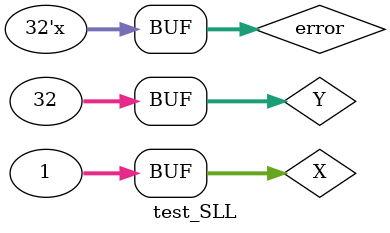
<source format=v>
`timescale 1ns / 1ps
`default_nettype none //helps catch typo-related bugs
module test_SLL();

	// Inputs
	reg [31:0] X; // value to be shifted
	reg [31:0] Y; // shifting amount

	// Outputs
	wire [31:0] Z; // shifting result

	// Instantiate the Unit Under Test (UUT)
	SLL uut (
		.X(X),
		.Y(Y),
		.Z(Z)
	);
	
	integer error = 0;

	initial begin
		// Wait 100 ns for global reset to finish
		#100;
		
		X = 32'b10000000000000000000000000001010; // arbitrary.
		
		#75;
	
		X = 32'd321313;
		
		#75;
		
		X = 32'd0 - 32'd1;
		
		#75;
		
		X = 32'd1;
		
		$display("End of test!");

	end

	// Runs whenever x changes.
	always @(X) begin
		#1;
		case(X)
			default: begin
				// Increasing shifting amount by 1 from 0 to 31.
				for (Y = 0; Y != 32'd32; Y = Y + 1) begin
					#2;
					
					// Creates error increment. 
					if (X << Y != Z) begin
						error = error + 1;
						$display("Error below when x is %b", X);
					end
					$display("X: %d, switch value=%d, output=%b . Expected %b",X, Y, Z, X << Y);
		
				end
			end
		endcase
	end


endmodule
`default_nettype wire //some Xilinx IP requires that the default_nettype be set to wire

</source>
